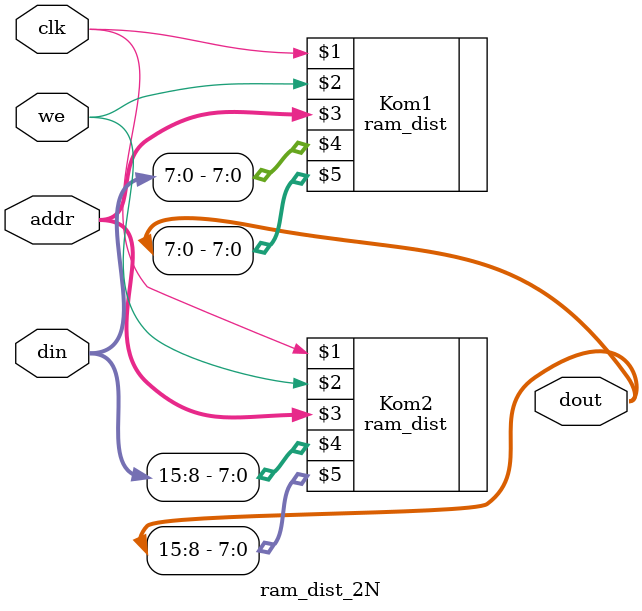
<source format=v>
`timescale 1ns / 1ps


module ram_dist_2N(
input clk,
   input we, // write ebable
   input [aawidth-1 : 0] addr,// address
   input [ddwidth-1 : 0] din, // input data
   output [ddwidth-1 : 0] dout // output data
  );
  parameter aawidth = 6; // address bus bit width
  parameter ddwidth = 16; // data bus bit width

  ram_dist Kom1 (clk,we,addr,din[(ddwidth/2-1):0],dout[(ddwidth/2-1):0]);
  ram_dist Kom2 (clk,we,addr,din[ddwidth-1:(ddwidth/2)],dout[ddwidth-1:(ddwidth/2)]);


endmodule

</source>
